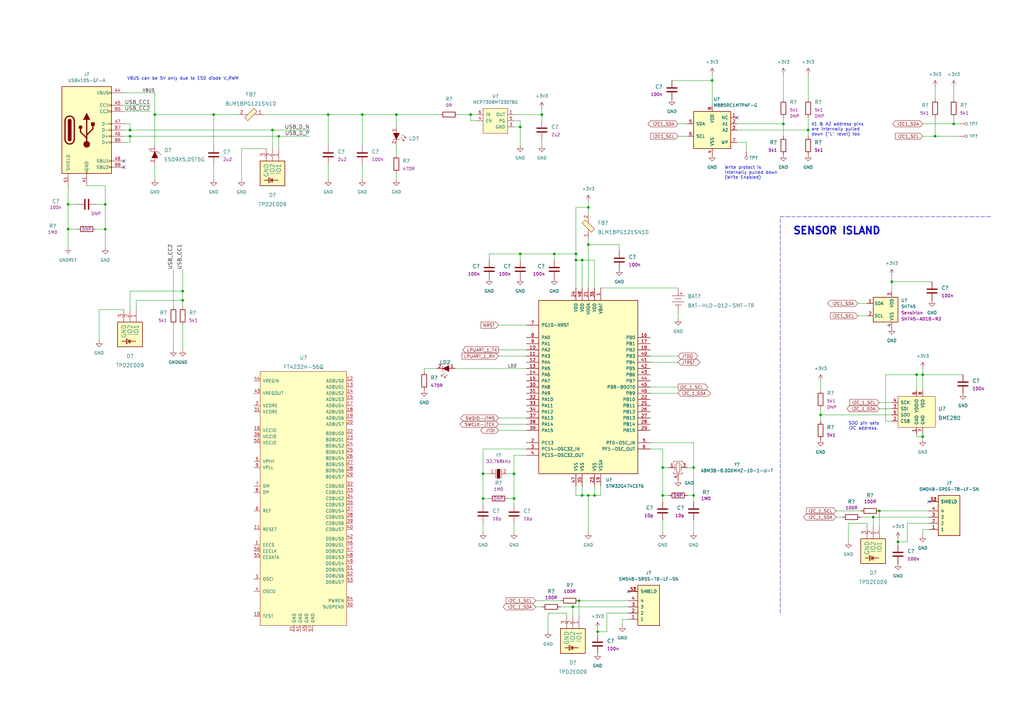
<source format=kicad_sch>
(kicad_sch (version 20211123) (generator eeschema)
  (paper "A3")
  (title_block (title "Server Case Temperature/Humidity Sensor & Logger") (date "2022-11-23") (rev "Preliminary") (company "Antmicro Ltd") (comment 1 "www.antmicro.com"))
  (junction (at 378.46 179.07))
  (junction (at 284.48 191.77))
  (junction (at 331.47 53.34))
  (junction (at 53.34 53.34))
  (junction (at 245.11 259.08))
  (junction (at 271.78 203.2))
  (junction (at 227.33 104.14))
  (junction (at 241.3 100.33))
  (junction (at 368.3 222.25))
  (junction (at 74.93 119.38))
  (junction (at 378.46 153.67))
  (junction (at 321.31 50.8))
  (junction (at 213.36 104.14))
  (junction (at 241.3 203.2))
  (junction (at 360.68 209.55))
  (junction (at 292.1 33.02))
  (junction (at 53.34 55.88))
  (junction (at 365.76 115.57))
  (junction (at 236.22 106.68))
  (junction (at 27.94 93.98))
  (junction (at 213.36 52.07))
  (junction (at 238.76 203.2))
  (junction (at 27.94 83.82))
  (junction (at 63.5 46.99))
  (junction (at 148.59 46.99))
  (junction (at 243.84 203.2))
  (junction (at 358.14 212.09))
  (junction (at 43.18 83.82))
  (junction (at 375.92 153.67))
  (junction (at 210.82 204.47))
  (junction (at 238.76 106.68))
  (junction (at 237.49 246.38))
  (junction (at 198.12 204.47))
  (junction (at 198.12 194.31))
  (junction (at 236.22 104.14))
  (junction (at 284.48 203.2))
  (junction (at 241.3 85.09))
  (junction (at 271.78 191.77))
  (junction (at 114.3 55.88))
  (junction (at 134.62 46.99))
  (junction (at 162.56 46.99))
  (junction (at 74.93 123.19))
  (junction (at 87.63 46.99))
  (junction (at 391.16 50.8))
  (junction (at 210.82 194.31))
  (junction (at 383.54 55.88))
  (junction (at 111.76 53.34))
  (junction (at 43.18 93.98))
  (junction (at 222.25 46.99))
  (junction (at 193.04 46.99))
  (junction (at 234.95 248.92))
  (junction (at 336.55 170.18))
  (no_connect (at 381 205.74))
  (no_connect (at 50.8 68.58))
  (no_connect (at 302.26 48.26))
  (no_connect (at 50.8 66.04))
  (no_connect (at 257.81 242.57))
  (wire (pts (xy 238.76 106.68) (xy 236.22 106.68)))
  (wire (pts (xy 53.34 58.42) (xy 53.34 55.88)))
  (wire (pts (xy 360.68 209.55) (xy 360.68 215.9)))
  (wire (pts (xy 243.84 118.11) (xy 243.84 106.68)))
  (wire (pts (xy 50.8 58.42) (xy 53.34 58.42)))
  (wire (pts (xy 50.8 53.34) (xy 53.34 53.34)))
  (wire (pts (xy 162.56 59.69) (xy 162.56 63.5)))
  (wire (pts (xy 134.62 73.66) (xy 134.62 67.31)))
  (wire (pts (xy 391.16 50.8) (xy 393.7 50.8)))
  (wire (pts (xy 109.22 60.96) (xy 99.06 60.96)))
  (wire (pts (xy 43.18 76.2) (xy 43.18 83.82)))
  (wire (pts (xy 278.13 158.75) (xy 266.7 158.75)))
  (wire (pts (xy 204.47 143.51) (xy 215.9 143.51)))
  (wire (pts (xy 378.46 50.8) (xy 391.16 50.8)))
  (wire (pts (xy 63.5 38.1) (xy 63.5 46.99)))
  (wire (pts (xy 284.48 191.77) (xy 284.48 203.2)))
  (wire (pts (xy 213.36 52.07) (xy 213.36 59.69)))
  (wire (pts (xy 257.81 251.46) (xy 248.92 251.46)))
  (wire (pts (xy 248.92 259.08) (xy 245.11 259.08)))
  (wire (pts (xy 215.9 184.15) (xy 198.12 184.15)))
  (wire (pts (xy 236.22 118.11) (xy 236.22 106.68)))
  (wire (pts (xy 173.99 151.13) (xy 179.07 151.13)))
  (wire (pts (xy 238.76 118.11) (xy 238.76 106.68)))
  (wire (pts (xy 368.3 220.98) (xy 368.3 222.25)))
  (wire (pts (xy 114.3 55.88) (xy 114.3 60.96)))
  (wire (pts (xy 224.79 251.46) (xy 232.41 251.46)))
  (wire (pts (xy 241.3 203.2) (xy 241.3 218.44)))
  (wire (pts (xy 271.78 191.77) (xy 271.78 203.2)))
  (wire (pts (xy 114.3 55.88) (xy 127 55.88)))
  (polyline (pts (xy 320.04 88.9) (xy 406.4 88.9)))
  (wire (pts (xy 236.22 199.39) (xy 236.22 203.2)))
  (wire (pts (xy 238.76 203.2) (xy 241.3 203.2)))
  (wire (pts (xy 210.82 49.53) (xy 213.36 49.53)))
  (wire (pts (xy 87.63 46.99) (xy 87.63 59.69)))
  (wire (pts (xy 43.18 83.82) (xy 43.18 93.98)))
  (wire (pts (xy 378.46 151.13) (xy 378.46 153.67)))
  (wire (pts (xy 87.63 46.99) (xy 97.79 46.99)))
  (wire (pts (xy 241.3 97.79) (xy 241.3 100.33)))
  (wire (pts (xy 71.12 110.49) (xy 71.12 125.73)))
  (wire (pts (xy 236.22 106.68) (xy 236.22 104.14)))
  (wire (pts (xy 271.78 213.36) (xy 271.78 218.44)))
  (wire (pts (xy 87.63 67.31) (xy 87.63 73.66)))
  (wire (pts (xy 39.37 93.98) (xy 43.18 93.98)))
  (wire (pts (xy 278.13 161.29) (xy 266.7 161.29)))
  (wire (pts (xy 365.76 115.57) (xy 382.27 115.57)))
  (wire (pts (xy 198.12 204.47) (xy 200.66 204.47)))
  (wire (pts (xy 187.96 46.99) (xy 193.04 46.99)))
  (wire (pts (xy 53.34 55.88) (xy 114.3 55.88)))
  (wire (pts (xy 210.82 186.69) (xy 210.82 194.31)))
  (wire (pts (xy 148.59 46.99) (xy 162.56 46.99)))
  (wire (pts (xy 71.12 133.35) (xy 71.12 143.51)))
  (wire (pts (xy 302.26 58.42) (xy 306.07 58.42)))
  (wire (pts (xy 204.47 146.05) (xy 215.9 146.05)))
  (wire (pts (xy 208.28 194.31) (xy 210.82 194.31)))
  (wire (pts (xy 74.93 119.38) (xy 74.93 123.19)))
  (wire (pts (xy 336.55 156.21) (xy 336.55 160.02)))
  (wire (pts (xy 27.94 83.82) (xy 27.94 93.98)))
  (wire (pts (xy 198.12 184.15) (xy 198.12 194.31)))
  (wire (pts (xy 27.94 76.2) (xy 27.94 83.82)))
  (wire (pts (xy 358.14 212.09) (xy 381 212.09)))
  (wire (pts (xy 302.26 53.34) (xy 331.47 53.34)))
  (wire (pts (xy 39.37 83.82) (xy 43.18 83.82)))
  (wire (pts (xy 186.69 151.13) (xy 215.9 151.13)))
  (wire (pts (xy 53.34 50.8) (xy 53.34 53.34)))
  (wire (pts (xy 360.68 165.1) (xy 365.76 165.1)))
  (wire (pts (xy 204.47 173.99) (xy 215.9 173.99)))
  (wire (pts (xy 278.13 55.88) (xy 281.94 55.88)))
  (wire (pts (xy 375.92 153.67) (xy 378.46 153.67)))
  (wire (pts (xy 351.79 124.46) (xy 355.6 124.46)))
  (wire (pts (xy 383.54 55.88) (xy 393.7 55.88)))
  (wire (pts (xy 63.5 46.99) (xy 63.5 59.69)))
  (wire (pts (xy 321.31 30.48) (xy 321.31 40.64)))
  (wire (pts (xy 99.06 60.96) (xy 99.06 73.66)))
  (wire (pts (xy 210.82 52.07) (xy 213.36 52.07)))
  (wire (pts (xy 331.47 53.34) (xy 331.47 55.88)))
  (wire (pts (xy 50.8 45.72) (xy 61.595 45.72)))
  (wire (pts (xy 53.34 53.34) (xy 111.76 53.34)))
  (wire (pts (xy 227.33 104.14) (xy 227.33 106.68)))
  (wire (pts (xy 243.84 199.39) (xy 243.84 203.2)))
  (wire (pts (xy 204.47 176.53) (xy 215.9 176.53)))
  (wire (pts (xy 331.47 53.34) (xy 331.47 48.26)))
  (wire (pts (xy 336.55 170.18) (xy 365.76 170.18)))
  (wire (pts (xy 284.48 213.36) (xy 284.48 218.44)))
  (wire (pts (xy 198.12 214.63) (xy 198.12 218.44)))
  (polyline (pts (xy 320.04 251.46) (xy 320.04 88.9)))
  (wire (pts (xy 219.71 246.38) (xy 229.87 246.38)))
  (wire (pts (xy 284.48 181.61) (xy 284.48 191.77)))
  (wire (pts (xy 210.82 194.31) (xy 210.82 204.47)))
  (wire (pts (xy 198.12 204.47) (xy 198.12 207.01)))
  (wire (pts (xy 53.34 127) (xy 53.34 119.38)))
  (wire (pts (xy 50.8 50.8) (xy 53.34 50.8)))
  (wire (pts (xy 375.92 177.8) (xy 375.92 179.07)))
  (wire (pts (xy 375.92 153.67) (xy 363.22 153.67)))
  (wire (pts (xy 162.56 73.66) (xy 162.56 71.12)))
  (wire (pts (xy 278.13 148.59) (xy 266.7 148.59)))
  (wire (pts (xy 237.49 246.38) (xy 237.49 252.73)))
  (wire (pts (xy 55.88 127) (xy 55.88 123.19)))
  (wire (pts (xy 74.93 123.19) (xy 74.93 125.73)))
  (wire (pts (xy 55.88 123.19) (xy 74.93 123.19)))
  (wire (pts (xy 241.3 203.2) (xy 243.84 203.2)))
  (wire (pts (xy 375.92 179.07) (xy 378.46 179.07)))
  (wire (pts (xy 378.46 179.07) (xy 378.46 177.8)))
  (wire (pts (xy 213.36 104.14) (xy 227.33 104.14)))
  (wire (pts (xy 148.59 73.66) (xy 148.59 67.31)))
  (wire (pts (xy 246.38 199.39) (xy 246.38 203.2)))
  (wire (pts (xy 292.1 30.48) (xy 292.1 33.02)))
  (wire (pts (xy 342.9 209.55) (xy 353.06 209.55)))
  (wire (pts (xy 254 102.87) (xy 254 100.33)))
  (wire (pts (xy 243.84 203.2) (xy 246.38 203.2)))
  (wire (pts (xy 134.62 46.99) (xy 148.59 46.99)))
  (wire (pts (xy 383.54 48.26) (xy 383.54 55.88)))
  (wire (pts (xy 74.93 110.49) (xy 74.93 119.38)))
  (wire (pts (xy 274.32 203.2) (xy 271.78 203.2)))
  (wire (pts (xy 200.66 104.14) (xy 213.36 104.14)))
  (wire (pts (xy 193.04 49.53) (xy 193.04 46.99)))
  (wire (pts (xy 27.94 93.98) (xy 27.94 101.6)))
  (wire (pts (xy 381 217.17) (xy 378.46 217.17)))
  (wire (pts (xy 198.12 194.31) (xy 198.12 204.47)))
  (wire (pts (xy 254 100.33) (xy 241.3 100.33)))
  (wire (pts (xy 284.48 203.2) (xy 281.94 203.2)))
  (wire (pts (xy 336.55 170.18) (xy 336.55 172.72)))
  (wire (pts (xy 210.82 204.47) (xy 210.82 207.01)))
  (wire (pts (xy 375.92 153.67) (xy 375.92 160.02)))
  (wire (pts (xy 363.22 172.72) (xy 365.76 172.72)))
  (wire (pts (xy 237.49 246.38) (xy 257.81 246.38)))
  (wire (pts (xy 331.47 30.48) (xy 331.47 40.64)))
  (wire (pts (xy 238.76 199.39) (xy 238.76 203.2)))
  (wire (pts (xy 292.1 33.02) (xy 292.1 43.18)))
  (wire (pts (xy 257.81 254) (xy 255.27 254)))
  (wire (pts (xy 162.56 52.07) (xy 162.56 46.99)))
  (wire (pts (xy 27.94 83.82) (xy 31.75 83.82)))
  (wire (pts (xy 368.3 222.25) (xy 368.3 223.52)))
  (wire (pts (xy 292.1 33.02) (xy 275.59 33.02)))
  (wire (pts (xy 241.3 82.55) (xy 241.3 85.09)))
  (wire (pts (xy 200.66 104.14) (xy 200.66 106.68)))
  (wire (pts (xy 306.07 58.42) (xy 306.07 62.23)))
  (wire (pts (xy 351.79 129.54) (xy 355.6 129.54)))
  (wire (pts (xy 204.47 171.45) (xy 215.9 171.45)))
  (wire (pts (xy 302.26 50.8) (xy 321.31 50.8)))
  (wire (pts (xy 281.94 191.77) (xy 284.48 191.77)))
  (wire (pts (xy 210.82 214.63) (xy 210.82 218.44)))
  (wire (pts (xy 43.18 93.98) (xy 43.18 101.6)))
  (wire (pts (xy 271.78 184.15) (xy 266.7 184.15)))
  (wire (pts (xy 266.7 181.61) (xy 284.48 181.61)))
  (wire (pts (xy 63.5 46.99) (xy 87.63 46.99)))
  (wire (pts (xy 372.11 214.63) (xy 372.11 222.25)))
  (wire (pts (xy 107.95 46.99) (xy 134.62 46.99)))
  (wire (pts (xy 193.04 46.99) (xy 195.58 46.99)))
  (wire (pts (xy 246.38 118.11) (xy 278.13 118.11)))
  (wire (pts (xy 213.36 104.14) (xy 213.36 106.68)))
  (wire (pts (xy 241.3 100.33) (xy 241.3 118.11)))
  (wire (pts (xy 255.27 254) (xy 255.27 256.54)))
  (wire (pts (xy 234.95 248.92) (xy 257.81 248.92)))
  (wire (pts (xy 241.3 85.09) (xy 241.3 87.63)))
  (wire (pts (xy 342.9 212.09) (xy 345.44 212.09)))
  (wire (pts (xy 195.58 49.53) (xy 193.04 49.53)))
  (wire (pts (xy 321.31 50.8) (xy 321.31 48.26)))
  (wire (pts (xy 40.64 127) (xy 40.64 139.7)))
  (wire (pts (xy 232.41 251.46) (xy 232.41 252.73)))
  (wire (pts (xy 74.93 133.35) (xy 74.93 143.51)))
  (wire (pts (xy 321.31 50.8) (xy 321.31 55.88)))
  (wire (pts (xy 236.22 104.14) (xy 236.22 85.09)))
  (wire (pts (xy 227.33 104.14) (xy 236.22 104.14)))
  (wire (pts (xy 210.82 46.99) (xy 222.25 46.99)))
  (wire (pts (xy 355.6 214.63) (xy 355.6 215.9)))
  (wire (pts (xy 278.13 146.05) (xy 266.7 146.05)))
  (wire (pts (xy 53.34 119.38) (xy 74.93 119.38)))
  (wire (pts (xy 35.56 76.2) (xy 43.18 76.2)))
  (wire (pts (xy 200.66 194.31) (xy 198.12 194.31)))
  (wire (pts (xy 173.99 151.13) (xy 173.99 152.4)))
  (wire (pts (xy 248.92 251.46) (xy 248.92 259.08)))
  (wire (pts (xy 360.68 167.64) (xy 365.76 167.64)))
  (wire (pts (xy 358.14 212.09) (xy 358.14 215.9)))
  (wire (pts (xy 111.76 53.34) (xy 127 53.34)))
  (wire (pts (xy 245.11 257.81) (xy 245.11 259.08)))
  (wire (pts (xy 162.56 46.99) (xy 180.34 46.99)))
  (wire (pts (xy 365.76 113.03) (xy 365.76 115.57)))
  (wire (pts (xy 378.46 179.07) (xy 378.46 180.34)))
  (wire (pts (xy 234.95 248.92) (xy 234.95 252.73)))
  (wire (pts (xy 50.8 43.18) (xy 61.595 43.18)))
  (wire (pts (xy 63.5 73.66) (xy 63.5 67.31)))
  (wire (pts (xy 224.79 259.08) (xy 224.79 251.46)))
  (wire (pts (xy 363.22 153.67) (xy 363.22 172.72)))
  (wire (pts (xy 271.78 184.15) (xy 271.78 191.77)))
  (wire (pts (xy 336.55 167.64) (xy 336.55 170.18)))
  (wire (pts (xy 353.06 212.09) (xy 358.14 212.09)))
  (wire (pts (xy 378.46 153.67) (xy 378.46 160.02)))
  (wire (pts (xy 134.62 46.99) (xy 134.62 59.69)))
  (wire (pts (xy 50.8 55.88) (xy 53.34 55.88)))
  (wire (pts (xy 27.94 93.98) (xy 31.75 93.98)))
  (wire (pts (xy 381 214.63) (xy 372.11 214.63)))
  (wire (pts (xy 372.11 222.25) (xy 368.3 222.25)))
  (wire (pts (xy 271.78 203.2) (xy 271.78 205.74)))
  (wire (pts (xy 347.98 222.25) (xy 347.98 214.63)))
  (wire (pts (xy 50.8 38.1) (xy 63.5 38.1)))
  (wire (pts (xy 208.28 204.47) (xy 210.82 204.47)))
  (wire (pts (xy 236.22 85.09) (xy 241.3 85.09)))
  (wire (pts (xy 50.8 127) (xy 40.64 127)))
  (wire (pts (xy 278.13 50.8) (xy 281.94 50.8)))
  (wire (pts (xy 222.25 49.53) (xy 222.25 46.99)))
  (wire (pts (xy 111.76 53.34) (xy 111.76 60.96)))
  (wire (pts (xy 391.16 48.26) (xy 391.16 50.8)))
  (wire (pts (xy 229.87 248.92) (xy 234.95 248.92)))
  (wire (pts (xy 210.82 186.69) (xy 215.9 186.69)))
  (wire (pts (xy 204.47 133.35) (xy 215.9 133.35)))
  (wire (pts (xy 347.98 214.63) (xy 355.6 214.63)))
  (wire (pts (xy 222.25 44.45) (xy 222.25 46.99)))
  (wire (pts (xy 378.46 153.67) (xy 394.97 153.67)))
  (wire (pts (xy 274.32 191.77) (xy 271.78 191.77)))
  (wire (pts (xy 284.48 203.2) (xy 284.48 205.74)))
  (wire (pts (xy 378.46 55.88) (xy 383.54 55.88)))
  (wire (pts (xy 148.59 46.99) (xy 148.59 59.69)))
  (wire (pts (xy 365.76 115.57) (xy 365.76 119.38)))
  (wire (pts (xy 222.25 57.15) (xy 222.25 59.69)))
  (wire (pts (xy 236.22 203.2) (xy 238.76 203.2)))
  (wire (pts (xy 378.46 217.17) (xy 378.46 219.71)))
  (wire (pts (xy 360.68 209.55) (xy 381 209.55)))
  (wire (pts (xy 243.84 106.68) (xy 238.76 106.68)))
  (wire (pts (xy 219.71 248.92) (xy 222.25 248.92)))
  (wire (pts (xy 278.13 128.27) (xy 278.13 130.81)))
  (wire (pts (xy 245.11 259.08) (xy 245.11 260.35)))
  (wire (pts (xy 391.16 40.64) (xy 391.16 35.56)))
  (wire (pts (xy 383.54 40.64) (xy 383.54 35.56)))
  (wire (pts (xy 213.36 49.53) (xy 213.36 52.07)))
  (text "SDO pin sets \nI2C address." (at 347.98 176.53 0) (effects (font (size 1.27 1.27)) (justify left bottom)))
  (text "VBUS can be 5V only due to ESD diode V_RWM" (at 52.07 33.02 0) (effects (font (size 1.27 1.27)) (justify left bottom)))
  (text "A1 & A2 address pins\nare internally pulled\ndown (\"L\" level) too" (at 332.74 55.88 0) (effects (font (size 1.27 1.27)) (justify left bottom)))
  (text "SENSOR ISLAND" (at 325.12 96.52 0) (effects (font (size 3 3) (thickness 0.6) bold) (justify left bottom)))
  (text "Write protect is \ninternally pulled down \n(Write Enabled)" (at 297.18 73.66 0) (effects (font (size 1.27 1.27)) (justify left bottom)))
  (label "VBUS" (at 58.42 38.1 0))
  (label "USB_CC1" (at 74.93 110.49 90) (effects (font (size 1.524 1.524))))
  (label "USB_CC2" (at 61.595 45.72 180) (effects (font (size 1.524 1.524))))
  (label "USB_D_P" (at 127 55.88 180) (effects (font (size 1.524 1.524))))
  (label "USB_CC2" (at 71.12 110.49 90) (effects (font (size 1.524 1.524))))
  (label "LD2" (at 208.28 151.13 0))
  (label "USB_D_N" (at 127 53.34 180) (effects (font (size 1.524 1.524))))
  (label "USB_CC1" (at 61.595 43.18 180) (effects (font (size 1.524 1.524))))
  (global_label "I2C_1_SCL" (shape input) (at 360.68 165.1 180) (property "Intersheet References" "${INTERSHEET_REFS}" (effects hide)))
  (global_label "I2C_1_SDA" (shape bidirectional) (at 360.68 167.64 180) (property "Intersheet References" "${INTERSHEET_REFS}" (effects hide)))
  (global_label "NRST" (shape input) (at 204.47 133.35 180) (property "Intersheet References" "${INTERSHEET_REFS}" (effects hide)))
  (global_label "SWCLK-JTCK" (shape bidirectional) (at 204.47 173.99 180) (property "Intersheet References" "${INTERSHEET_REFS}" (effects hide)))
  (global_label "LPUART_1_TX" (shape output) (at 204.47 143.51 180) (property "Intersheet References" "${INTERSHEET_REFS}" (effects hide)))
  (global_label "I2C_1_SCL" (shape input) (at 342.9 209.55 180) (property "Intersheet References" "${INTERSHEET_REFS}" (effects hide)))
  (global_label "LPUART_1_RX" (shape input) (at 204.47 146.05 180) (property "Intersheet References" "${INTERSHEET_REFS}" (effects hide)))
  (global_label "I2C_1_SDA" (shape bidirectional) (at 278.13 161.29 0) (property "Intersheet References" "${INTERSHEET_REFS}" (effects hide)))
  (global_label "I2C1_SDA" (shape bidirectional) (at 278.13 50.8 180) (property "Intersheet References" "${INTERSHEET_REFS}" (effects hide)))
  (global_label "JTDO" (shape bidirectional) (at 278.13 146.05 0) (property "Intersheet References" "${INTERSHEET_REFS}" (effects hide)))
  (global_label "I2C_1_SCL" (shape input) (at 219.71 246.38 180) (property "Intersheet References" "${INTERSHEET_REFS}" (effects hide)))
  (global_label "I2C1_SDA" (shape bidirectional) (at 378.46 50.8 180) (property "Intersheet References" "${INTERSHEET_REFS}" (effects hide)))
  (global_label "SWDIO-JTMS" (shape bidirectional) (at 204.47 171.45 180) (property "Intersheet References" "${INTERSHEET_REFS}" (effects hide)))
  (global_label "I2C1_SDA" (shape bidirectional) (at 351.79 124.46 180) (property "Intersheet References" "${INTERSHEET_REFS}" (effects hide)))
  (global_label "I2C1_SCL" (shape input) (at 351.79 129.54 180) (property "Intersheet References" "${INTERSHEET_REFS}" (effects hide)))
  (global_label "I2C_1_SCL" (shape output) (at 278.13 158.75 0) (property "Intersheet References" "${INTERSHEET_REFS}" (effects hide)))
  (global_label "JTDI" (shape bidirectional) (at 204.47 176.53 180) (property "Intersheet References" "${INTERSHEET_REFS}" (effects hide)))
  (global_label "I2C1_SCL" (shape input) (at 278.13 55.88 180) (property "Intersheet References" "${INTERSHEET_REFS}" (effects hide)))
  (global_label "I2C_1_SDA" (shape bidirectional) (at 342.9 212.09 180) (property "Intersheet References" "${INTERSHEET_REFS}" (effects hide)))
  (global_label "JTRST" (shape bidirectional) (at 278.13 148.59 0) (property "Intersheet References" "${INTERSHEET_REFS}" (effects hide)))
  (global_label "I2C_1_SDA" (shape bidirectional) (at 219.71 248.92 180) (property "Intersheet References" "${INTERSHEET_REFS}" (effects hide)))
  (global_label "I2C1_SCL" (shape input) (at 378.46 55.88 180) (property "Intersheet References" "${INTERSHEET_REFS}" (effects hide)))
  (symbol (lib_id "power:GND") (at 271.78 218.44 0) (mirror y) (unit 1)
    (property "Reference" "#PWR?" (effects hide))
    (property "Value" "GND" (at 271.78 223.52 0))
  )
  (symbol (lib_id "antmicroCapacitors0402:C_100n_0402") (at 213.36 110.49 0) (mirror x) (unit 1)
    (property "Reference" "C?" (at 209.55 109.22 0) (effects (font (size 1.524 1.524)) (justify right)))
    (property "Value" "C_100n_0402" (effects hide))
    (property "Footprint" "antmicro-footprints:0402-cap" (effects hide))
    (property "Manufacturer" "Murata" (effects hide))
    (property "MPN" "GRM155R61H104KE14D" (effects hide))
    (property "Val" "100n" (at 209.55 112.3949 0) (effects (justify right)))
  )
  (symbol (lib_id "antmicroCapacitors0402:C_2u2_0402") (at 134.62 63.5 0) (unit 1)
    (property "Reference" "C?" (at 138.43 62.23 0) (effects (font (size 1.524 1.524)) (justify left)))
    (property "Value" "C_2u2_0402" (effects hide))
    (property "Footprint" "antmicro-footprints:0402-cap" (effects hide))
    (property "Manufacturer" "TDK" (effects hide))
    (property "MPN" "C1005X5R1A225K050BC" (effects hide))
    (property "Val" "2u2" (at 138.43 65.4049 0) (effects (justify left)))
  )
  (symbol (lib_id "antmicroCapacitors0402:C_100n_0402") (at 394.97 157.48 180) (unit 1)
    (property "Reference" "C?" (at 398.78 156.21 0) (effects (font (size 1.524 1.524)) (justify right)))
    (property "Value" "C_100n_0402" (effects hide))
    (property "Footprint" "antmicro-footprints:0402-cap" (effects hide))
    (property "Manufacturer" "Murata" (effects hide))
    (property "MPN" "GRM155R61H104KE14D" (effects hide))
    (property "Val" "100n" (at 398.78 159.3849 0) (effects (justify right)))
  )
  (symbol (lib_id "power:GND") (at 336.55 180.34 0) (mirror y) (unit 1)
    (property "Reference" "#PWR?" (effects hide))
    (property "Value" "GND" (at 336.55 185.42 0))
  )
  (symbol (lib_id "antmicroResistors0402:R_5k1_0402") (at 336.55 163.83 270) (mirror x) (unit 1)
    (property "Reference" "R?" (at 339.09 161.29 90) (effects (font (size 1.524 1.524)) (justify left)))
    (property "Value" "R_5k1_0402" (effects hide))
    (property "Footprint" "antmicro-footprints:0402-res" (effects hide))
    (property "Datasheet" "https://www.mouser.pl/datasheet/2/348/ROHM_S_A0009648217_1-2563033.pdf" (effects hide))
    (property "Manufacturer" "ROHM Semiconductor" (effects hide))
    (property "MPN" "SFR01MZPJ512" (effects hide))
    (property "Val" "5k1" (at 339.09 164.4649 90) (effects (justify left)))
    (property "DNP" "DNP" (at 339.09 167.0049 90) (effects (justify left)))
  )
  (symbol (lib_id "power:GND") (at 74.93 143.51 0) (mirror y) (unit 1)
    (property "Reference" "#PWR?" (effects hide))
    (property "Value" "GND" (at 74.93 148.59 0))
  )
  (symbol (lib_id "power:GND") (at 99.06 73.66 0) (unit 1)
    (property "Reference" "#PWR?" (effects hide))
    (property "Value" "GND" (at 99.06 78.74 0))
  )
  (symbol (lib_id "antmicroCrystals:ABM3B-8.000MHZ-10-1-U-T") (at 278.13 191.77 0) (unit 1)
    (property "Reference" "Y?" (at 302.26 190.5 0))
    (property "Value" "ABM3B-8.000MHZ-10-1-U-T" (at 302.26 193.04 0))
    (property "Footprint" "antmicro-footprints:ABM3B" (effects hide))
    (property "Datasheet" "https://www.tme.eu/Document/a887f863d547643a986feb1a84bac6c0/abm3b.pdf" (effects hide))
    (property "MPN" "ABM3B-8.000MHZ-10-1-U-T" (effects hide))
    (property "Manufacturer" "ABRACON" (effects hide))
  )
  (symbol (lib_id "power:+3V3") (at 331.47 30.48 0) (mirror y) (unit 1)
    (property "Reference" "#PWR?" (effects hide))
    (property "Value" "+3V3" (at 331.47 25.4 0))
  )
  (symbol (lib_id "power:+3V3") (at 391.16 35.56 0) (unit 1)
    (property "Reference" "#PWR?" (effects hide))
    (property "Value" "+3V3" (at 391.16 30.48 0))
  )
  (symbol (lib_id "power:GND") (at 227.33 114.3 0) (unit 1)
    (property "Reference" "#PWR?" (effects hide))
    (property "Value" "GND" (at 227.33 119.38 0))
  )
  (symbol (lib_id "power:+3V3") (at 378.46 151.13 0) (mirror y) (unit 1)
    (property "Reference" "#PWR?" (effects hide))
    (property "Value" "+3V3" (at 378.46 146.05 0))
  )
  (symbol (lib_id "power:GND") (at 241.3 218.44 0) (mirror y) (unit 1)
    (property "Reference" "#PWR?" (effects hide))
    (property "Value" "GND" (at 241.3 223.52 0))
  )
  (symbol (lib_id "antmicroCapacitors0402:C_100n_0402") (at 200.66 110.49 0) (mirror x) (unit 1)
    (property "Reference" "C?" (at 196.85 109.22 0) (effects (font (size 1.524 1.524)) (justify right)))
    (property "Value" "C_100n_0402" (effects hide))
    (property "Footprint" "antmicro-footprints:0402-cap" (effects hide))
    (property "Manufacturer" "Murata" (effects hide))
    (property "MPN" "GRM155R61H104KE14D" (effects hide))
    (property "Val" "100n" (at 196.85 112.3949 0) (effects (justify right)))
  )
  (symbol (lib_id "antmicroPMICVoltageRegulatorsLinear:NCP730BMT330TBG") (at 203.2 49.53 0) (unit 1)
    (property "Reference" "U?" (at 203.2 39.37 0))
    (property "Value" "NCP730BMT330TBG" (at 203.2 41.91 0))
    (property "Footprint" "antmicro-footprints:WSON6_TI_2x2mm" (effects hide))
    (property "Datasheet" "https://www.ti.com/lit/ds/symlink/tps7b81.pdf?ts=1663856720581&ref_url=https%253A%252F%252Fwww.ti.com%252Fproduct%252FTPS7B81" (effects hide))
    (property "MPN" "NCP730BMT330TBG" (effects hide))
    (property "Manufacturer" "Onsemi" (effects hide))
  )
  (symbol (lib_id "antmicroCapacitors0402:C_100n_0402") (at 148.59 63.5 0) (unit 1)
    (property "Reference" "C?" (at 152.4 62.23 0) (effects (font (size 1.524 1.524)) (justify left)))
    (property "Value" "C_100n_0402" (effects hide))
    (property "Footprint" "antmicro-footprints:0402-cap" (effects hide))
    (property "Manufacturer" "Murata" (effects hide))
    (property "MPN" "GRM155R61H104KE14D" (effects hide))
    (property "Val" "100n" (at 152.4 65.4049 0) (effects (justify left)))
  )
  (symbol (lib_id "antmicroResistors0402:R_5k1_0402") (at 331.47 44.45 270) (mirror x) (unit 1)
    (property "Reference" "R?" (at 334.01 41.91 90) (effects (font (size 1.524 1.524)) (justify left)))
    (property "Value" "R_5k1_0402" (effects hide))
    (property "Footprint" "antmicro-footprints:0402-res" (effects hide))
    (property "Datasheet" "https://www.mouser.pl/datasheet/2/348/ROHM_S_A0009648217_1-2563033.pdf" (effects hide))
    (property "Manufacturer" "ROHM Semiconductor" (effects hide))
    (property "MPN" "SFR01MZPJ512" (effects hide))
    (property "Val" "5k1" (at 334.01 45.0849 90) (effects (justify left)))
    (property "DNP" "DNP" (at 334.01 47.6249 90) (effects (justify left)))
  )
  (symbol (lib_id "antmicroResistors0402:R_100R_0402") (at 226.06 248.92 0) (unit 1)
    (property "Reference" "R?" (at 226.06 242.57 0) (effects (font (size 1.524 1.524))))
    (property "Value" "R_100R_0402" (effects hide))
    (property "Footprint" "antmicro-footprints:0402-res" (effects hide))
    (property "Manufacturer" "BOURNS" (effects hide))
    (property "MPN" "CR0402-FX-1000GLF" (effects hide))
    (property "Val" "100R" (at 226.06 245.11 0))
  )
  (symbol (lib_id "power:GND") (at 382.27 123.19 0) (mirror y) (unit 1)
    (property "Reference" "#PWR?" (effects hide))
    (property "Value" "GND" (at 382.27 128.27 0))
  )
  (symbol (lib_id "power:GND") (at 162.56 73.66 0) (unit 1)
    (property "Reference" "#PWR?" (effects hide))
    (property "Value" "GND" (at 162.56 78.74 0))
  )
  (symbol (lib_id "power:GND") (at 173.99 160.02 0) (unit 1)
    (property "Reference" "#PWR?" (effects hide))
    (property "Value" "GND" (at 173.99 165.1 0))
  )
  (symbol (lib_id "antmicroTestPoints:TP_SMD1MM") (at 396.24 55.88 90) (unit 1)
    (property "Reference" "TP?" (at 397.51 55.8799 90) (effects (justify right)))
    (property "Value" "TP_SMD1MM" (effects hide))
    (property "Footprint" "antmicro-footprints:Testpoint_smd_1mm" (effects hide))
  )
  (symbol (lib_id "antmicroTVSDiodes:ESD9X5.0ST5G") (at 63.5 63.5 90) (unit 1)
    (property "Reference" "D?" (at 67.31 61.595 90) (effects (font (size 1.524 1.524)) (justify right)))
    (property "Value" "ESD9X5.0ST5G" (at 67.31 65.405 90) (effects (font (size 1.524 1.524)) (justify right)))
    (property "Footprint" "antmicro-footprints:SOD-923" (effects hide))
    (property "Datasheet" "https://www.mouser.pl/datasheet/2/308/ESD9X3_3ST5G_D-1804802.pdf" (effects hide))
    (property "Manufacturer" "ON Semiconductor" (effects hide))
    (property "MPN" "ESD9X5.0ST5G" (effects hide))
  )
  (symbol (lib_id "antmicroResistors0402:R_100R_0402") (at 233.68 246.38 0) (unit 1)
    (property "Reference" "R?" (at 233.68 240.03 0) (effects (font (size 1.524 1.524))))
    (property "Value" "R_100R_0402" (effects hide))
    (property "Footprint" "antmicro-footprints:0402-res" (effects hide))
    (property "Manufacturer" "BOURNS" (effects hide))
    (property "MPN" "CR0402-FX-1000GLF" (effects hide))
    (property "Val" "100R" (at 233.68 242.57 0))
  )
  (symbol (lib_id "antmicroTVSDiodes:TPD2E009") (at 55.88 132.08 270) (unit 1)
    (property "Reference" "D?" (at 53.34 146.05 90) (effects (font (size 1.524 1.524))))
    (property "Value" "TPD2E009" (at 53.34 149.86 90) (effects (font (size 1.524 1.524))))
    (property "Footprint" "antmicro-footprints:SOT-723" (effects hide))
    (property "Datasheet" "https://www.ti.com/lit/ds/symlink/tpd2e009.pdf?ts=1597910439511&ref_url=https%253A%252F%252Fwww.google.com%252F" (effects hide))
    (property "MPN" "TPD2E009DRTR" (effects hide))
    (property "Manufacturer" "Texas Instruments" (effects hide))
  )
  (symbol (lib_id "power:GND") (at 321.31 63.5 0) (mirror y) (unit 1)
    (property "Reference" "#PWR?" (effects hide))
    (property "Value" "GND" (at 321.31 68.58 0))
  )
  (symbol (lib_id "antmicroHumidityMoistureSensors:BME280") (at 375.92 170.18 0) (unit 1)
    (property "Reference" "U?" (at 384.81 167.64 0) (effects (font (size 1.524 1.524)) (justify left)))
    (property "Value" "BME280" (at 384.81 171.45 0) (effects (font (size 1.524 1.524)) (justify left)))
    (property "Footprint" "antmicro-footprints:Pressure_Sensor_LGA-8_2.5x2.5mm_BME280" (effects hide))
    (property "Datasheet" "https://ae-bst.resource.bosch.com/media/_tech/media/datasheets/BST-BME280-DS002.pdf" (effects hide))
    (property "MPN" "BME280" (effects hide))
    (property "Manufacturer" "Bosch Sensortec" (effects hide))
  )
  (symbol (lib_id "power:GND") (at 347.98 222.25 0) (mirror y) (unit 1)
    (property "Reference" "#PWR?" (effects hide))
    (property "Value" "GND" (at 347.98 227.33 0))
  )
  (symbol (lib_id "power:+3V3") (at 245.11 257.81 0) (mirror y) (unit 1)
    (property "Reference" "#PWR?" (effects hide))
    (property "Value" "+3V3" (at 245.11 252.73 0))
  )
  (symbol (lib_id "power:GND") (at 224.79 259.08 0) (mirror y) (unit 1)
    (property "Reference" "#PWR?" (effects hide))
    (property "Value" "GND" (at 224.79 264.16 0))
  )
  (symbol (lib_id "power:GND") (at 87.63 73.66 0) (unit 1)
    (property "Reference" "#PWR?" (effects hide))
    (property "Value" "GND" (at 87.63 78.74 0))
  )
  (symbol (lib_id "antmicroResistors0402:R_1M0_0402") (at 278.13 203.2 0) (unit 1)
    (property "Reference" "R?" (at 289.56 201.93 0) (effects (font (size 1.524 1.524))))
    (property "Value" "R_1M0_0402" (effects hide))
    (property "Footprint" "antmicro-footprints:0402-res" (effects hide))
    (property "Manufacturer" "TE CONNECTIVITY" (effects hide))
    (property "MPN" "CRG0402F1M0" (effects hide))
    (property "Val" "1M0" (at 289.56 204.47 0))
    (property "DNP" "DNP" (at 278.13 203.2 0))
  )
  (symbol (lib_id "antmicroMicrocontrollers:STM32G474CET6") (at 241.3 158.75 0) (unit 1)
    (property "Reference" "U?" (at 248.3994 196.85 0) (effects (justify left)))
    (property "Value" "STM32G474CET6" (at 248.3994 199.39 0) (effects (justify left)))
    (property "Footprint" "antmicro-footprints:LQFP-48_B7x7mm_P0.5mm_0.20mmPadPadClearance_Pad0.30x1.20mm" (effects hide))
    (property "Datasheet" "https://www.st.com/resource/en/datasheet/stm32g474ce.pdf" (effects hide))
    (property "MPN" "STM32G474CET6" (effects hide))
    (property "Manufacturer" "ST Microelectronics" (effects hide))
    (property "License" "Copyright (c) 2022 Antmicro <www.antmicro.com> [Apache2 license](https://www.apache.org/licenses/LICENSE-2.0" (effects hide))
  )
  (symbol (lib_id "power:GND") (at 245.11 267.97 0) (mirror y) (unit 1)
    (property "Reference" "#PWR?" (effects hide))
    (property "Value" "GND" (at 245.11 273.05 0))
  )
  (symbol (lib_id "antmicroResistors0402:R_470R_0402") (at 173.99 156.21 90) (unit 1)
    (property "Reference" "R?" (at 176.53 154.94 90) (effects (font (size 1.524 1.524)) (justify right)))
    (property "Value" "R_470R_0402" (effects hide))
    (property "Footprint" "antmicro-footprints:0402-res" (effects hide))
    (property "Manufacturer" "VISHAY" (effects hide))
    (property "MPN" "CRCW0402470RFKED" (effects hide))
    (property "Val" "470R" (at 176.53 158.1149 90) (effects (justify right)))
  )
  (symbol (lib_id "antmicroLEDIndicationDiscrete:KP-1608ZGC") (at 181.61 151.13 180) (unit 1)
    (property "Reference" "LD2" (at 182.5625 148.59 0) (effects (font (size 1.524 1.524))))
    (property "Value" "LG_L29K-G2J1-24-Z" (effects hide))
    (property "Footprint" "antmicro-footprints:LED_0603" (effects hide))
    (property "Datasheet" "https://www.farnell.com/datasheets/1854072.pdf" (effects hide))
    (property "MPN" "KP-1608EC" (effects hide))
    (property "Manufacturer" "KINGBRIGHT" (effects hide))
  )
  (symbol (lib_id "power:GND") (at 40.64 139.7 0) (unit 1)
    (property "Reference" "#PWR?" (effects hide))
    (property "Value" "GND" (at 40.64 144.78 0))
  )
  (symbol (lib_id "antmicroResistors0402:R_5k1_0402") (at 391.16 44.45 270) (mirror x) (unit 1)
    (property "Reference" "R?" (at 393.7 43.18 90) (effects (font (size 1.524 1.524)) (justify left)))
    (property "Value" "R_5k1_0402" (effects hide))
    (property "Footprint" "antmicro-footprints:0402-res" (effects hide))
    (property "Datasheet" "https://www.mouser.pl/datasheet/2/348/ROHM_S_A0009648217_1-2563033.pdf" (effects hide))
    (property "Manufacturer" "ROHM Semiconductor" (effects hide))
    (property "MPN" "SFR01MZPJ512" (effects hide))
    (property "Val" "5k1" (at 393.7 46.3549 90) (effects (justify left)))
  )
  (symbol (lib_id "power:GND") (at 378.46 180.34 0) (mirror y) (unit 1)
    (property "Reference" "#PWR?" (effects hide))
    (property "Value" "GND" (at 378.46 185.42 0))
  )
  (symbol (lib_id "power:GND") (at 331.47 63.5 0) (mirror y) (unit 1)
    (property "Reference" "#PWR?" (effects hide))
    (property "Value" "GND" (at 331.47 68.58 0))
  )
  (symbol (lib_id "antmicroTVSDiodes:TPD2E009") (at 237.49 257.81 270) (unit 1)
    (property "Reference" "D?" (at 234.95 271.78 90) (effects (font (size 1.524 1.524))))
    (property "Value" "TPD2E009" (at 234.95 275.59 90) (effects (font (size 1.524 1.524))))
    (property "Footprint" "antmicro-footprints:SOT-723" (effects hide))
    (property "Datasheet" "https://www.ti.com/lit/ds/symlink/tpd2e009.pdf?ts=1597910439511&ref_url=https%253A%252F%252Fwww.google.com%252F" (effects hide))
    (property "MPN" "TPD2E009DRTR" (effects hide))
    (property "Manufacturer" "Texas Instruments" (effects hide))
  )
  (symbol (lib_id "antmicroCapacitors0402:C_100n_0402") (at 245.11 264.16 180) (unit 1)
    (property "Reference" "C?" (at 248.92 262.89 0) (effects (font (size 1.524 1.524)) (justify right)))
    (property "Value" "C_100n_0402" (effects hide))
    (property "Footprint" "antmicro-footprints:0402-cap" (effects hide))
    (property "Manufacturer" "Murata" (effects hide))
    (property "MPN" "GRM155R61H104KE14D" (effects hide))
    (property "Val" "100n" (at 248.92 266.0649 0) (effects (justify right)))
  )
  (symbol (lib_id "antmicroCapacitors0402:C_100n_0402") (at 227.33 110.49 0) (mirror x) (unit 1)
    (property "Reference" "C?" (at 223.52 109.22 0) (effects (font (size 1.524 1.524)) (justify right)))
    (property "Value" "C_100n_0402" (effects hide))
    (property "Footprint" "antmicro-footprints:0402-cap" (effects hide))
    (property "Manufacturer" "Murata" (effects hide))
    (property "MPN" "GRM155R61H104KE14D" (effects hide))
    (property "Val" "100n" (at 223.52 112.3949 0) (effects (justify right)))
  )
  (symbol (lib_id "power:GND") (at 213.36 59.69 0) (unit 1)
    (property "Reference" "#PWR?" (effects hide))
    (property "Value" "GND" (at 213.36 64.77 0))
  )
  (symbol (lib_id "antmicroResistors0402:R_100R_0402") (at 349.25 212.09 0) (unit 1)
    (property "Reference" "R?" (at 349.25 205.74 0) (effects (font (size 1.524 1.524))))
    (property "Value" "R_100R_0402" (effects hide))
    (property "Footprint" "antmicro-footprints:0402-res" (effects hide))
    (property "Manufacturer" "BOURNS" (effects hide))
    (property "MPN" "CR0402-FX-1000GLF" (effects hide))
    (property "Val" "100R" (at 349.25 208.28 0))
  )
  (symbol (lib_id "antmicroBatteryHoldersClipsContacts:BAT-HLD-012-SMT-TR") (at 278.13 123.19 0) (unit 1)
    (property "Reference" "BAT?" (at 281.94 121.539 0) (effects (font (size 1.524 1.524)) (justify left)))
    (property "Value" "BAT-HLD-012-SMT-TR" (at 281.94 125.349 0) (effects (font (size 1.524 1.524)) (justify left)))
    (property "Footprint" "antmicro-footprints:BAT_BAT-HLD-012-SMT-TR" (effects hide))
    (property "Datasheet" "https://www.snapeda.com/parts/BAT-HLD-012-SMT-TR/Linx/datasheet/" (effects hide))
    (property "MPN" "BAT-HLD-012-SMT-TR" (effects hide))
    (property "Manufacturer" "Linx Technologies" (effects hide))
    (property "License" "Copyright (c) 2022 Antmicro <www.antmicro.com> [Apache2 license](https://www.apache.org/licenses/LICENSE-2.0)" (effects hide))
  )
  (symbol (lib_id "antmicroResistors0402:R_5k1_0402") (at 336.55 176.53 270) (mirror x) (unit 1)
    (property "Reference" "R?" (at 339.09 175.26 90) (effects (font (size 1.524 1.524)) (justify left)))
    (property "Value" "R_5k1_0402" (effects hide))
    (property "Footprint" "antmicro-footprints:0402-res" (effects hide))
    (property "Datasheet" "https://www.mouser.pl/datasheet/2/348/ROHM_S_A0009648217_1-2563033.pdf" (effects hide))
    (property "Manufacturer" "ROHM Semiconductor" (effects hide))
    (property "MPN" "SFR01MZPJ512" (effects hide))
    (property "Val" "5k1" (at 339.09 178.4349 90) (effects (justify left)))
  )
  (symbol (lib_id "power:+3V3") (at 321.31 30.48 0) (mirror y) (unit 1)
    (property "Reference" "#PWR?" (effects hide))
    (property "Value" "+3V3" (at 321.31 25.4 0))
  )
  (symbol (lib_id "antmicroRectangularConnectorsHeadersMalePins:SM04B-SRSS-TB-LF-SN") (at 386.08 210.82 0) (mirror x) (unit 1)
    (property "Reference" "J?" (at 389.255 198.12 0))
    (property "Value" "SM04B-SRSS-TB-LF-SN" (at 389.255 200.66 0))
    (property "Footprint" "antmicro-footprints:SM04B-SRSS-TB-LF-SN" (effects hide))
    (property "Datasheet" "https://www.jst-mfg.com/product/pdf/eng/eSH.pdf" (effects hide))
    (property "MPN" "SM04B-SRSS-TB-LF-SN" (effects hide))
    (property "Manufacturer" "JST" (effects hide))
  )
  (symbol (lib_id "power:GND") (at 63.5 73.66 0) (unit 1)
    (property "Reference" "#PWR?" (effects hide))
    (property "Value" "GND" (at 63.5 78.74 0))
  )
  (symbol (lib_id "antmicroTestPoints:TP_SMD1MM") (at 306.07 64.77 0) (unit 1)
    (property "Reference" "TP?" (at 307.34 64.7318 0) (effects (justify left)))
    (property "Value" "TP_SMD1MM" (effects hide))
    (property "Footprint" "antmicro-footprints:Testpoint_smd_1mm" (effects hide))
  )
  (symbol (lib_id "antmicroRectangularConnectorsHeadersMalePins:SM04B-SRSS-TB-LF-SN") (at 262.89 247.65 0) (mirror x) (unit 1)
    (property "Reference" "J?" (at 266.065 234.95 0))
    (property "Value" "SM04B-SRSS-TB-LF-SN" (at 266.065 237.49 0))
    (property "Footprint" "antmicro-footprints:SM04B-SRSS-TB-LF-SN" (effects hide))
    (property "Datasheet" "https://www.jst-mfg.com/product/pdf/eng/eSH.pdf" (effects hide))
    (property "MPN" "SM04B-SRSS-TB-LF-SN" (effects hide))
    (property "Manufacturer" "JST" (effects hide))
  )
  (symbol (lib_id "power:GND") (at 278.13 130.81 0) (unit 1)
    (property "Reference" "#PWR?" (effects hide))
    (property "Value" "GND" (at 278.13 135.89 0))
  )
  (symbol (lib_id "antmicroInterfaceControllers:FT4232H-56Q") (at 124.46 210.82 0) (unit 1)
    (property "Reference" "U?" (at 124.46 146.685 0) (effects (font (size 1.524 1.524))))
    (property "Value" "FT4232H-56Q" (at 124.46 150.495 0) (effects (font (size 1.524 1.524))))
    (property "Footprint" "antmicro-footprints:QFN-56-1EP_8x8mm_P0.5mm_EP5.5.9x5.9mm" (effects hide))
    (property "Datasheet" "https://www.ftdichip.com/Support/Documents/DataSheets/ICs/DS_FT4232H.pdf" (effects hide))
    (property "Manufacturer" "FTDI" (effects hide))
    (property "MPN" "FT4232H-56Q-REEL" (effects hide))
  )
  (symbol (lib_id "antmicroCapacitors0402:C_10p_0402") (at 284.48 209.55 0) (mirror x) (unit 1)
    (property "Reference" "C?" (at 280.67 208.28 0) (effects (font (size 1.524 1.524)) (justify right)))
    (property "Value" "C_10p_0402" (effects hide))
    (property "Footprint" "antmicro-footprints:0402-cap" (effects hide))
    (property "Manufacturer" "MULTICOMP" (effects hide))
    (property "MPN" "MC0402N100D500CT" (effects hide))
    (property "Val" "10p" (at 280.67 211.4549 0) (effects (justify right)))
  )
  (symbol (lib_id "power:GND") (at 275.59 40.64 0) (unit 1)
    (property "Reference" "#PWR?" (effects hide))
    (property "Value" "GND" (at 275.59 45.72 0))
  )
  (symbol (lib_id "power:GND") (at 222.25 59.69 0) (unit 1)
    (property "Reference" "#PWR?" (effects hide))
    (property "Value" "GND" (at 222.25 64.77 0))
  )
  (symbol (lib_id "power:GND") (at 378.46 219.71 0) (mirror y) (unit 1)
    (property "Reference" "#PWR?" (effects hide))
    (property "Value" "GND" (at 378.46 224.79 0))
  )
  (symbol (lib_id "antmicroUSBDVIHDMIConnectors:USB4105-GF-A") (at 35.56 53.34 0) (unit 1)
    (property "Reference" "J?" (at 35.56 30.48 0))
    (property "Value" "USB4105-GF-A" (at 35.56 33.02 0))
    (property "Footprint" "antmicro-footprints:GCT_USB4105-GF-A" (effects hide))
    (property "Datasheet" "https://gct.co/files/drawings/usb4105.pdf" (effects hide))
    (property "Manufacturer" "GCT" (effects hide))
    (property "MPN" "USB4105-GF-A" (effects hide))
  )
  (symbol (lib_id "antmicroCrystals:ECS-_327-12_5-34B-TR") (at 204.47 194.31 0) (unit 1)
    (property "Reference" "Y?" (at 204.47 186.69 0))
    (property "Value" "ECS-_327-12_5-34B-TR" (effects hide))
    (property "Footprint" "antmicro-footprints:SMD-2_3.2x1.5mm" (effects hide))
    (property "Datasheet" "http://www.ecsxtal.com/store/pdf/ecx-31b.pdf" (effects hide))
    (property "MPN" "ECS-.327-12.5-34B-TR" (effects hide))
    (property "Manufacturer" "ECS Inc." (effects hide))
    (property "VAL" "32.768kHz" (at 204.47 189.23 0))
  )
  (symbol (lib_id "power:GND") (at 292.1 63.5 0) (mirror y) (unit 1)
    (property "Reference" "#PWR?" (effects hide))
    (property "Value" "GND" (at 292.1 68.58 0))
  )
  (symbol (lib_id "antmicroResistors0402:R_5k1_0402") (at 321.31 44.45 90) (unit 1)
    (property "Reference" "R?" (at 323.85 41.91 90) (effects (font (size 1.524 1.524)) (justify right)))
    (property "Value" "R_5k1_0402" (effects hide))
    (property "Footprint" "antmicro-footprints:0402-res" (effects hide))
    (property "Datasheet" "https://www.mouser.pl/datasheet/2/348/ROHM_S_A0009648217_1-2563033.pdf" (effects hide))
    (property "Manufacturer" "ROHM Semiconductor" (effects hide))
    (property "MPN" "SFR01MZPJ512" (effects hide))
    (property "Val" "5k1" (at 323.85 45.0849 90) (effects (justify right)))
    (property "DNP" "DNP" (at 323.85 47.6249 90) (effects (justify right)))
  )
  (symbol (lib_id "antmicroCapacitors0402:C_100n_0402") (at 254 106.68 180) (unit 1)
    (property "Reference" "C?" (at 257.81 105.41 0) (effects (font (size 1.524 1.524)) (justify right)))
    (property "Value" "C_100n_0402" (effects hide))
    (property "Footprint" "antmicro-footprints:0402-cap" (effects hide))
    (property "Manufacturer" "Murata" (effects hide))
    (property "MPN" "GRM155R61H104KE14D" (effects hide))
    (property "Val" "100n" (at 257.81 108.5849 0) (effects (justify right)))
  )
  (symbol (lib_id "power:+3V3") (at 383.54 35.56 0) (unit 1)
    (property "Reference" "#PWR?" (effects hide))
    (property "Value" "+3V3" (at 383.54 30.48 0))
  )
  (symbol (lib_id "power:+3V3") (at 241.3 82.55 0) (unit 1)
    (property "Reference" "#PWR?" (effects hide))
    (property "Value" "+3V3" (at 241.3 77.47 0))
  )
  (symbol (lib_id "power:GND") (at 210.82 218.44 0) (unit 1)
    (property "Reference" "#PWR?" (effects hide))
    (property "Value" "GND" (at 210.82 223.52 0))
  )
  (symbol (lib_id "antmicroResistors0402:R_1M0_0402") (at 35.56 93.98 0) (unit 1)
    (property "Reference" "R?" (at 21.59 92.71 0) (effects (font (size 1.524 1.524))))
    (property "Value" "R_1M0_0402" (effects hide))
    (property "Footprint" "antmicro-footprints:0402-res" (effects hide))
    (property "Manufacturer" "TE CONNECTIVITY" (effects hide))
    (property "MPN" "CRG0402F1M0" (effects hide))
    (property "Val" "1M0" (at 21.59 95.25 0))
    (property "DNP" "DNP" (at 35.56 93.98 0))
  )
  (symbol (lib_id "power:GNDREF") (at 27.94 101.6 0) (unit 1)
    (property "Reference" "#PWR?" (effects hide))
    (property "Value" "GNDREF" (at 27.94 106.68 0))
  )
  (symbol (lib_id "antmicroCapacitors0402:C_10p_0402") (at 271.78 209.55 0) (mirror x) (unit 1)
    (property "Reference" "C?" (at 267.97 208.28 0) (effects (font (size 1.524 1.524)) (justify right)))
    (property "Value" "C_10p_0402" (effects hide))
    (property "Footprint" "antmicro-footprints:0402-cap" (effects hide))
    (property "Manufacturer" "MULTICOMP" (effects hide))
    (property "MPN" "MC0402N100D500CT" (effects hide))
    (property "Val" "10p" (at 267.97 211.4549 0) (effects (justify right)))
  )
  (symbol (lib_id "antmicroResistors0402:R_100R_0402") (at 356.87 209.55 0) (unit 1)
    (property "Reference" "R?" (at 356.87 203.2 0) (effects (font (size 1.524 1.524))))
    (property "Value" "R_100R_0402" (effects hide))
    (property "Footprint" "antmicro-footprints:0402-res" (effects hide))
    (property "Manufacturer" "BOURNS" (effects hide))
    (property "MPN" "CR0402-FX-1000GLF" (effects hide))
    (property "Val" "100R" (at 356.87 205.74 0))
  )
  (symbol (lib_id "antmicroCapacitors0402:C_16p_0402") (at 210.82 210.82 180) (unit 1)
    (property "Reference" "C?" (at 214.63 209.55 0) (effects (font (size 1.524 1.524)) (justify right)))
    (property "Value" "C_16p_0402" (effects hide))
    (property "Footprint" "antmicro-footprints:0402-res" (effects hide))
    (property "Manufacturer" "Walsin" (effects hide))
    (property "MPN" "0402N160J500CT" (effects hide))
    (property "Val" "16p" (at 214.63 212.7249 0) (effects (justify right)))
  )
  (symbol (lib_id "antmicroResistors0402:R_5k1_0402") (at 74.93 129.54 270) (mirror x) (unit 1)
    (property "Reference" "R?" (at 77.47 128.27 90) (effects (font (size 1.524 1.524)) (justify left)))
    (property "Value" "R_5k1_0402" (effects hide))
    (property "Footprint" "antmicro-footprints:0402-res" (effects hide))
    (property "Datasheet" "https://www.mouser.pl/datasheet/2/348/ROHM_S_A0009648217_1-2563033.pdf" (effects hide))
    (property "Manufacturer" "ROHM Semiconductor" (effects hide))
    (property "MPN" "SFR01MZPJ512" (effects hide))
    (property "Val" "5k1" (at 77.47 131.4449 90) (effects (justify left)))
  )
  (symbol (lib_id "power:GND") (at 284.48 218.44 0) (mirror y) (unit 1)
    (property "Reference" "#PWR?" (effects hide))
    (property "Value" "GND" (at 284.48 223.52 0))
  )
  (symbol (lib_id "antmicroTVSDiodes:TPD2E009") (at 114.3 66.04 270) (unit 1)
    (property "Reference" "D?" (at 111.76 80.01 90) (effects (font (size 1.524 1.524))))
    (property "Value" "TPD2E009" (at 111.76 83.82 90) (effects (font (size 1.524 1.524))))
    (property "Footprint" "antmicro-footprints:SOT-723" (effects hide))
    (property "Datasheet" "https://www.ti.com/lit/ds/symlink/tpd2e009.pdf?ts=1597910439511&ref_url=https%253A%252F%252Fwww.google.com%252F" (effects hide))
    (property "MPN" "TPD2E009DRTR" (effects hide))
    (property "Manufacturer" "Texas Instruments" (effects hide))
  )
  (symbol (lib_id "power:GND") (at 198.12 218.44 0) (unit 1)
    (property "Reference" "#PWR?" (effects hide))
    (property "Value" "GND" (at 198.12 223.52 0))
  )
  (symbol (lib_id "power:GND") (at 43.18 101.6 0) (unit 1)
    (property "Reference" "#PWR?" (effects hide))
    (property "Value" "GND" (at 43.18 106.68 0))
  )
  (symbol (lib_id "antmicroCapacitors0402:C_100n_0402") (at 275.59 36.83 0) (mirror x) (unit 1)
    (property "Reference" "C?" (at 271.78 35.56 0) (effects (font (size 1.524 1.524)) (justify right)))
    (property "Value" "C_100n_0402" (effects hide))
    (property "Footprint" "antmicro-footprints:0402-cap" (effects hide))
    (property "Manufacturer" "Murata" (effects hide))
    (property "MPN" "GRM155R61H104KE14D" (effects hide))
    (property "Val" "100n" (at 271.78 38.7349 0) (effects (justify right)))
  )
  (symbol (lib_id "antmicroResistors0402:R_0R_0402") (at 184.15 46.99 0) (unit 1)
    (property "Reference" "R?" (at 184.15 40.64 0) (effects (font (size 1.524 1.524))))
    (property "Value" "R_0R_0402" (effects hide))
    (property "Footprint" "antmicro-footprints:0402-res" (effects hide))
    (property "Manufacturer" "PANASONIC" (effects hide))
    (property "MPN" "ERJ2GE0R00X" (effects hide))
    (property "Val" "0R" (at 184.15 43.18 0))
  )
  (symbol (lib_id "power:GND") (at 254 110.49 0) (unit 1)
    (property "Reference" "#PWR?" (effects hide))
    (property "Value" "GND" (at 254 115.57 0))
  )
  (symbol (lib_id "power:GND") (at 148.59 73.66 0) (unit 1)
    (property "Reference" "#PWR?" (effects hide))
    (property "Value" "GND" (at 148.59 78.74 0))
  )
  (symbol (lib_id "antmicroCapacitors0402:C_16p_0402") (at 198.12 210.82 180) (unit 1)
    (property "Reference" "C?" (at 201.93 209.55 0) (effects (font (size 1.524 1.524)) (justify right)))
    (property "Value" "C_16p_0402" (effects hide))
    (property "Footprint" "antmicro-footprints:0402-res" (effects hide))
    (property "Manufacturer" "Walsin" (effects hide))
    (property "MPN" "0402N160J500CT" (effects hide))
    (property "Val" "16p" (at 201.93 212.7249 0) (effects (justify right)))
  )
  (symbol (lib_id "power:GND") (at 213.36 114.3 0) (unit 1)
    (property "Reference" "#PWR?" (effects hide))
    (property "Value" "GND" (at 213.36 119.38 0))
  )
  (symbol (lib_id "power:GND") (at 71.12 143.51 0) (mirror y) (unit 1)
    (property "Reference" "#PWR?" (effects hide))
    (property "Value" "GND" (at 71.12 148.59 0))
  )
  (symbol (lib_id "antmicroMemory:MB85RC1MTPNF-G") (at 292.1 53.34 0) (mirror y) (unit 1)
    (property "Reference" "U?" (at 292.6206 40.64 0) (effects (justify right)))
    (property "Value" "MB85RC1MTPNF-G" (at 292.6206 43.18 0) (effects (justify right)))
    (property "Footprint" "antmicro-footprints:SOIC-8_W3.9mm" (effects hide))
    (property "Datasheet" "https://www.fujitsu.com/jp/group/fsm/en/documents/products/feram/lineup/MB85RC1MT-DS501-00027-5v0-E.pdf" (effects hide))
    (property "MPN" "MB85RC1MTPNF-G-JNERE1" (effects hide))
    (property "Manufacturer" "Fujitsu Semiconductor Ltd" (effects hide))
  )
  (symbol (lib_id "antmicroCapacitors0402:C_100n_0402") (at 368.3 227.33 180) (unit 1)
    (property "Reference" "C?" (at 372.11 226.06 0) (effects (font (size 1.524 1.524)) (justify right)))
    (property "Value" "C_100n_0402" (effects hide))
    (property "Footprint" "antmicro-footprints:0402-cap" (effects hide))
    (property "Manufacturer" "Murata" (effects hide))
    (property "MPN" "GRM155R61H104KE14D" (effects hide))
    (property "Val" "100n" (at 372.11 229.2349 0) (effects (justify right)))
  )
  (symbol (lib_id "antmicroTestPoints:TP_SMD1MM") (at 396.24 50.8 90) (unit 1)
    (property "Reference" "TP?" (at 397.51 50.7999 90) (effects (justify right)))
    (property "Value" "TP_SMD1MM" (effects hide))
    (property "Footprint" "antmicro-footprints:Testpoint_smd_1mm" (effects hide))
  )
  (symbol (lib_id "antmicroResistors0402:R_470R_0402") (at 162.56 67.31 90) (unit 1)
    (property "Reference" "R?" (at 165.1 66.04 90) (effects (font (size 1.524 1.524)) (justify right)))
    (property "Value" "R_470R_0402" (effects hide))
    (property "Footprint" "antmicro-footprints:0402-res" (effects hide))
    (property "Manufacturer" "VISHAY" (effects hide))
    (property "MPN" "CRCW0402470RFKED" (effects hide))
    (property "Val" "470R" (at 165.1 69.2149 90) (effects (justify right)))
  )
  (symbol (lib_id "antmicroHumidityMoistureSensors:SHT45") (at 363.22 127 0) (unit 1)
    (property "Reference" "U?" (at 369.57 123.1899 0) (effects (justify left)))
    (property "Value" "SHT45" (at 369.57 125.7299 0) (effects (justify left)))
    (property "Footprint" "antmicro-footprints:Sensirion_DFN-4-1.5x1.5x0.5mm_P0.8mm" (effects hide))
    (property "Datasheet" "https://sensirion.com/media/documents/33FD6951/624C4357/Datasheet_SHT4x.pdf" (effects hide))
    (property "Manufacturer" "Sensirion" (at 369.57 128.2699 0) (effects (justify left)))
    (property "MPN" "SHT45-AD1B-R2" (at 369.57 130.8099 0) (effects (justify left)))
  )
  (symbol (lib_id "antmicroCapacitors0402:C_2u2_0402") (at 87.63 63.5 0) (unit 1)
    (property "Reference" "C?" (at 91.44 62.23 0) (effects (font (size 1.524 1.524)) (justify left)))
    (property "Value" "C_2u2_0402" (effects hide))
    (property "Footprint" "antmicro-footprints:0402-cap" (effects hide))
    (property "Manufacturer" "TDK" (effects hide))
    (property "MPN" "C1005X5R1A225K050BC" (effects hide))
    (property "Val" "2u2" (at 91.44 65.4049 0) (effects (justify left)))
  )
  (symbol (lib_id "power:+3V3") (at 292.1 30.48 0) (mirror y) (unit 1)
    (property "Reference" "#PWR?" (effects hide))
    (property "Value" "+3V3" (at 292.1 25.4 0))
  )
  (symbol (lib_id "power:+3V3") (at 336.55 156.21 0) (mirror y) (unit 1)
    (property "Reference" "#PWR?" (effects hide))
    (property "Value" "+3V3" (at 336.55 151.13 0))
  )
  (symbol (lib_id "power:GND") (at 200.66 114.3 0) (unit 1)
    (property "Reference" "#PWR?" (effects hide))
    (property "Value" "GND" (at 200.66 119.38 0))
  )
  (symbol (lib_id "antmicroResistors0402:R_5k1_0402") (at 321.31 59.69 270) (mirror x) (unit 1)
    (property "Reference" "R?" (at 318.77 58.42 90) (effects (font (size 1.524 1.524)) (justify right)))
    (property "Value" "R_5k1_0402" (effects hide))
    (property "Footprint" "antmicro-footprints:0402-res" (effects hide))
    (property "Datasheet" "https://www.mouser.pl/datasheet/2/348/ROHM_S_A0009648217_1-2563033.pdf" (effects hide))
    (property "Manufacturer" "ROHM Semiconductor" (effects hide))
    (property "MPN" "SFR01MZPJ512" (effects hide))
    (property "Val" "5k1" (at 318.77 61.5949 90) (effects (justify right)))
  )
  (symbol (lib_id "antmicroTVSDiodes:TPD2E009") (at 360.68 220.98 270) (unit 1)
    (property "Reference" "D?" (at 358.14 234.95 90) (effects (font (size 1.524 1.524))))
    (property "Value" "TPD2E009" (at 358.14 238.76 90) (effects (font (size 1.524 1.524))))
    (property "Footprint" "antmicro-footprints:SOT-723" (effects hide))
    (property "Datasheet" "https://www.ti.com/lit/ds/symlink/tpd2e009.pdf?ts=1597910439511&ref_url=https%253A%252F%252Fwww.google.com%252F" (effects hide))
    (property "MPN" "TPD2E009DRTR" (effects hide))
    (property "Manufacturer" "Texas Instruments" (effects hide))
  )
  (symbol (lib_id "antmicroCapacitors0402:C_100n_0402") (at 382.27 119.38 180) (unit 1)
    (property "Reference" "C?" (at 386.08 118.11 0) (effects (font (size 1.524 1.524)) (justify right)))
    (property "Value" "C_100n_0402" (effects hide))
    (property "Footprint" "antmicro-footprints:0402-cap" (effects hide))
    (property "Manufacturer" "Murata" (effects hide))
    (property "MPN" "GRM155R61H104KE14D" (effects hide))
    (property "Val" "100n" (at 386.08 121.2849 0) (effects (justify right)))
  )
  (symbol (lib_id "power:GND") (at 394.97 161.29 0) (mirror y) (unit 1)
    (property "Reference" "#PWR?" (effects hide))
    (property "Value" "GND" (at 394.97 166.37 0))
  )
  (symbol (lib_id "antmicroResistors0402:R_1M0_0402") (at 204.47 204.47 0) (unit 1)
    (property "Reference" "R?" (at 204.47 198.12 0) (effects (font (size 1.524 1.524))))
    (property "Value" "R_1M0_0402" (effects hide))
    (property "Footprint" "antmicro-footprints:0402-res" (effects hide))
    (property "Manufacturer" "TE CONNECTIVITY" (effects hide))
    (property "MPN" "CRG0402F1M0" (effects hide))
    (property "Val" "1M0" (at 204.47 200.66 0))
    (property "DNP" "DNP" (at 204.47 204.47 0))
  )
  (symbol (lib_id "power:+3V3") (at 222.25 44.45 0) (unit 1)
    (property "Reference" "#PWR?" (effects hide))
    (property "Value" "+3V3" (at 222.25 39.37 0))
  )
  (symbol (lib_id "antmicroResistors0402:R_5k1_0402") (at 71.12 129.54 270) (mirror x) (unit 1)
    (property "Reference" "R?" (at 68.58 128.27 90) (effects (font (size 1.524 1.524)) (justify right)))
    (property "Value" "R_5k1_0402" (effects hide))
    (property "Footprint" "antmicro-footprints:0402-res" (effects hide))
    (property "Datasheet" "https://www.mouser.pl/datasheet/2/348/ROHM_S_A0009648217_1-2563033.pdf" (effects hide))
    (property "Manufacturer" "ROHM Semiconductor" (effects hide))
    (property "MPN" "SFR01MZPJ512" (effects hide))
    (property "Val" "5k1" (at 68.58 131.4449 90) (effects (justify right)))
  )
  (symbol (lib_id "power:GND") (at 365.76 134.62 0) (mirror y) (unit 1)
    (property "Reference" "#PWR?" (effects hide))
    (property "Value" "GND" (at 365.76 139.7 0))
  )
  (symbol (lib_id "antmicroFerriteBeadsandChips:BLM18PG121SN1D") (at 241.3 92.71 270) (mirror x) (unit 1)
    (property "Reference" "FB?" (at 245.11 91.44 90) (effects (font (size 1.524 1.524)) (justify left)))
    (property "Value" "BLM18PG121SN1D" (at 245.11 95.25 90) (effects (font (size 1.524 1.524)) (justify left)))
    (property "Footprint" "antmicro-footprints:0603-res" (effects hide))
    (property "Datasheet" "https://www.murata.com/en-us/products/productdata/8796738650142/ENFA0003.pdf" (effects hide))
    (property "MPN" "BLM18PG121SN1D" (effects hide))
    (property "Manufacturer" "Murata Electronics North America" (effects hide))
  )
  (symbol (lib_id "power:GND") (at 368.3 231.14 0) (mirror y) (unit 1)
    (property "Reference" "#PWR?" (effects hide))
    (property "Value" "GND" (at 368.3 236.22 0))
  )
  (symbol (lib_id "antmicroCapacitors0402:C_2u2_0402") (at 222.25 53.34 0) (unit 1)
    (property "Reference" "C?" (at 226.06 52.07 0) (effects (font (size 1.524 1.524)) (justify left)))
    (property "Value" "C_2u2_0402" (effects hide))
    (property "Footprint" "antmicro-footprints:0402-cap" (effects hide))
    (property "Manufacturer" "TDK" (effects hide))
    (property "MPN" "C1005X5R1A225K050BC" (effects hide))
    (property "Val" "2u2" (at 226.06 55.2449 0) (effects (justify left)))
  )
  (symbol (lib_id "antmicroResistors0402:R_5k1_0402") (at 383.54 44.45 270) (mirror x) (unit 1)
    (property "Reference" "R?" (at 381 43.18 90) (effects (font (size 1.524 1.524)) (justify right)))
    (property "Value" "R_5k1_0402" (effects hide))
    (property "Footprint" "antmicro-footprints:0402-res" (effects hide))
    (property "Datasheet" "https://www.mouser.pl/datasheet/2/348/ROHM_S_A0009648217_1-2563033.pdf" (effects hide))
    (property "Manufacturer" "ROHM Semiconductor" (effects hide))
    (property "MPN" "SFR01MZPJ512" (effects hide))
    (property "Val" "5k1" (at 381 46.3549 90) (effects (justify right)))
  )
  (symbol (lib_id "antmicroLEDIndicationDiscrete:KP-1608ZGC") (at 162.56 57.15 270) (unit 1)
    (property "Reference" "LD?" (at 167.64 56.8325 90) (effects (font (size 1.524 1.524)) (justify left)))
    (property "Value" "LG_L29K-G2J1-24-Z" (effects hide))
    (property "Footprint" "antmicro-footprints:LED_0603" (effects hide))
    (property "Datasheet" "https://www.farnell.com/datasheets/1854072.pdf" (effects hide))
    (property "MPN" "KP-1608EC" (effects hide))
    (property "Manufacturer" "KINGBRIGHT" (effects hide))
  )
  (symbol (lib_id "antmicroFerriteBeadsandChips:BLM18PG121SN1D") (at 102.87 46.99 0) (mirror y) (unit 1)
    (property "Reference" "FB?" (at 102.87 38.735 0) (effects (font (size 1.524 1.524))))
    (property "Value" "BLM18PG121SN1D" (at 102.87 42.545 0) (effects (font (size 1.524 1.524))))
    (property "Footprint" "antmicro-footprints:0603-res" (effects hide))
    (property "Datasheet" "https://www.murata.com/en-us/products/productdata/8796738650142/ENFA0003.pdf" (effects hide))
    (property "MPN" "BLM18PG121SN1D" (effects hide))
    (property "Manufacturer" "Murata Electronics North America" (effects hide))
  )
  (symbol (lib_id "power:GND") (at 134.62 73.66 0) (unit 1)
    (property "Reference" "#PWR?" (effects hide))
    (property "Value" "GND" (at 134.62 78.74 0))
  )
  (symbol (lib_id "power:+3V3") (at 365.76 113.03 0) (unit 1)
    (property "Reference" "#PWR?" (effects hide))
    (property "Value" "+3V3" (at 365.76 107.95 0))
  )
  (symbol (lib_id "power:GND") (at 255.27 256.54 0) (mirror y) (unit 1)
    (property "Reference" "#PWR?" (effects hide))
    (property "Value" "GND" (at 255.27 261.62 0))
  )
  (symbol (lib_id "power:GND") (at 278.13 196.85 0) (mirror y) (unit 1)
    (property "Reference" "#PWR?" (effects hide))
    (property "Value" "GND" (at 280.67 198.1199 0) (effects (justify right)))
  )
  (symbol (lib_id "antmicroCapacitors0402:C_100n_0402") (at 35.56 83.82 90) (unit 1)
    (property "Reference" "C?" (at 22.86 82.55 90) (effects (font (size 1.524 1.524))))
    (property "Value" "C_100n_0402" (effects hide))
    (property "Footprint" "antmicro-footprints:0402-cap" (effects hide))
    (property "Manufacturer" "Murata" (effects hide))
    (property "MPN" "GRM155R61H104KE14D" (effects hide))
    (property "Val" "100n" (at 22.86 85.09 90))
    (property "DNP" "DNP" (at 39.37 87.63 90))
  )
  (symbol (lib_id "antmicroResistors0402:R_5k1_0402") (at 331.47 59.69 270) (mirror x) (unit 1)
    (property "Reference" "R?" (at 334.01 58.42 90) (effects (font (size 1.524 1.524)) (justify left)))
    (property "Value" "R_5k1_0402" (effects hide))
    (property "Footprint" "antmicro-footprints:0402-res" (effects hide))
    (property "Datasheet" "https://www.mouser.pl/datasheet/2/348/ROHM_S_A0009648217_1-2563033.pdf" (effects hide))
    (property "Manufacturer" "ROHM Semiconductor" (effects hide))
    (property "MPN" "SFR01MZPJ512" (effects hide))
    (property "Val" "5k1" (at 334.01 61.5949 90) (effects (justify left)))
  )
  (symbol (lib_id "power:+3V3") (at 368.3 220.98 0) (mirror y) (unit 1)
    (property "Reference" "#PWR?" (effects hide))
    (property "Value" "+3V3" (at 368.3 215.9 0))
  )
)
</source>
